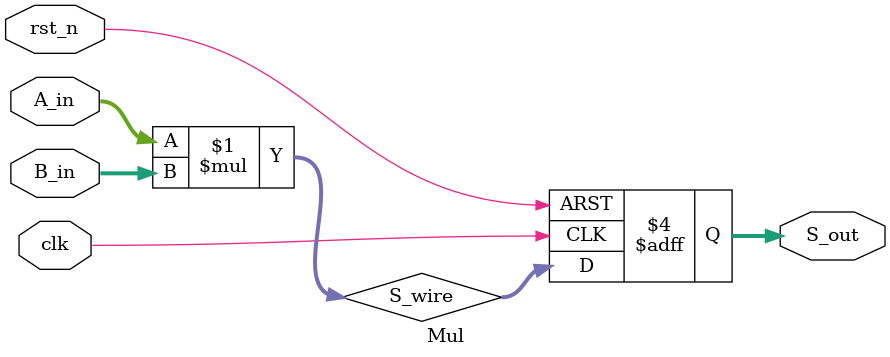
<source format=v>
 `timescale 1ns/1ps                                
 module Mul(                                       
    A_in,                                          
    B_in,                                          
    clk,                                           
    rst_n,                                         
    S_out                                          
 );                                                
                                                   
   parameter DATA_WIDTH = 22;        
   parameter DOUBLE_DATA_WIDTH = 2*DATA_WIDTH ;    
   parameter PAD_ZERO = 44'b0;  
                                                   
   input [DATA_WIDTH-1:0] A_in;                    
   input [DATA_WIDTH-1:0] B_in;                    
   input clk;                                      
   input rst_n;                                    
                                                   
   output [DOUBLE_DATA_WIDTH-1:0] S_out;           
                                                   
   reg [DOUBLE_DATA_WIDTH-1:0] S_out;              
                                                   
   wire [DOUBLE_DATA_WIDTH-1:0]S_wire;             
                                                   
   assign  S_wire = A_in * B_in;                   
                                                   
   always@(posedge clk or negedge rst_n)begin      
     if(~rst_n)begin                               
 	  S_out <= PAD_ZERO ;                           
 	end                                             
 	else begin                                      
 	  S_out <= S_wire;                              
 	end                                             
   end                                             
                                                   
 endmodule                                         

</source>
